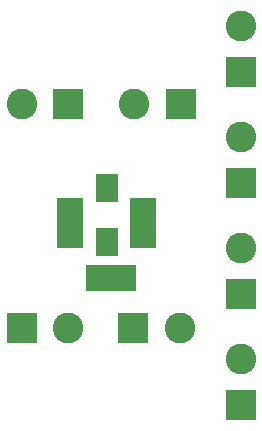
<source format=gbs>
G04*
G04 #@! TF.GenerationSoftware,Altium Limited,Altium Designer,18.1.9 (240)*
G04*
G04 Layer_Color=16711935*
%FSLAX25Y25*%
%MOIN*%
G70*
G01*
G75*
%ADD19R,0.10249X0.10249*%
%ADD20C,0.10249*%
%ADD21R,0.10249X0.10249*%
%ADD22R,0.08674X0.16548*%
%ADD23R,0.16548X0.08674*%
%ADD31R,0.07690X0.09461*%
D19*
X414500Y297000D02*
D03*
X451874D02*
D03*
X436126Y222500D02*
D03*
X398909D02*
D03*
D20*
Y297000D02*
D03*
X436283D02*
D03*
X472000Y323217D02*
D03*
Y286217D02*
D03*
Y249217D02*
D03*
Y212217D02*
D03*
X451717Y222500D02*
D03*
X414500D02*
D03*
D21*
X472000Y307626D02*
D03*
Y270626D02*
D03*
Y233626D02*
D03*
Y196626D02*
D03*
D22*
X439409Y257500D02*
D03*
X415000D02*
D03*
D23*
X428780Y238996D02*
D03*
D31*
X427500Y269055D02*
D03*
Y250945D02*
D03*
M02*

</source>
